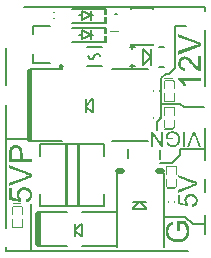
<source format=gto>
G04*
G04 #@! TF.GenerationSoftware,Altium Limited,Altium Designer,23.4.1 (23)*
G04*
G04 Layer_Color=65535*
%FSLAX25Y25*%
%MOIN*%
G70*
G04*
G04 #@! TF.SameCoordinates,34EAC48E-9BE4-4C3F-87F1-4BBE4831E638*
G04*
G04*
G04 #@! TF.FilePolarity,Positive*
G04*
G01*
G75*
%ADD10C,0.00984*%
%ADD11C,0.00591*%
%ADD12C,0.00787*%
%ADD13C,0.00394*%
%ADD14C,0.01968*%
%ADD15C,0.01575*%
%ADD16C,0.01000*%
%ADD17C,0.00394*%
%ADD18C,0.00669*%
G36*
X55902Y57666D02*
X53146D01*
Y58059D01*
X55902D01*
Y57666D01*
D02*
G37*
G36*
Y40551D02*
X53146D01*
Y40945D01*
X55902D01*
Y40551D01*
D02*
G37*
G36*
X56794Y20902D02*
X54039D01*
Y21296D01*
X56794D01*
Y20902D01*
D02*
G37*
G36*
X5347Y15792D02*
X2591D01*
Y16185D01*
X5347D01*
Y15792D01*
D02*
G37*
G36*
X65354Y69739D02*
Y68705D01*
X57786Y65770D01*
Y66861D01*
X63288Y68828D01*
X63296D01*
X63321Y68837D01*
X63354Y68853D01*
X63403Y68870D01*
X63460Y68886D01*
X63526Y68910D01*
X63599Y68935D01*
X63690Y68968D01*
X63878Y69025D01*
X64083Y69091D01*
X64305Y69156D01*
X64526Y69222D01*
X64518D01*
X64502Y69230D01*
X64460Y69239D01*
X64420Y69255D01*
X64362Y69271D01*
X64297Y69288D01*
X64223Y69312D01*
X64141Y69337D01*
X63952Y69394D01*
X63739Y69468D01*
X63517Y69550D01*
X63288Y69632D01*
X57786Y71674D01*
Y72691D01*
X65354Y69739D01*
D02*
G37*
G36*
Y60161D02*
X65338D01*
X65297D01*
X65231D01*
X65149Y60169D01*
X65051Y60177D01*
X64944Y60202D01*
X64829Y60227D01*
X64715Y60268D01*
X64706D01*
X64690Y60276D01*
X64666Y60284D01*
X64625Y60300D01*
X64583Y60325D01*
X64526Y60350D01*
X64395Y60415D01*
X64239Y60497D01*
X64067Y60604D01*
X63886Y60727D01*
X63706Y60874D01*
X63698Y60883D01*
X63682Y60891D01*
X63657Y60915D01*
X63616Y60957D01*
X63575Y60997D01*
X63517Y61055D01*
X63452Y61112D01*
X63378Y61186D01*
X63296Y61268D01*
X63214Y61358D01*
X63116Y61457D01*
X63017Y61572D01*
X62911Y61686D01*
X62804Y61818D01*
X62689Y61949D01*
X62566Y62096D01*
X62558Y62113D01*
X62517Y62154D01*
X62468Y62211D01*
X62394Y62293D01*
X62312Y62392D01*
X62214Y62506D01*
X62107Y62638D01*
X61984Y62769D01*
X61730Y63047D01*
X61459Y63318D01*
X61328Y63449D01*
X61197Y63572D01*
X61074Y63679D01*
X60959Y63769D01*
X60951Y63777D01*
X60935Y63785D01*
X60902Y63810D01*
X60861Y63835D01*
X60803Y63876D01*
X60746Y63908D01*
X60598Y63990D01*
X60426Y64073D01*
X60237Y64146D01*
X60041Y64196D01*
X59942Y64204D01*
X59844Y64212D01*
X59836D01*
X59819D01*
X59786D01*
X59754Y64204D01*
X59705D01*
X59647Y64187D01*
X59524Y64163D01*
X59377Y64113D01*
X59221Y64040D01*
X59139Y63999D01*
X59065Y63941D01*
X58991Y63884D01*
X58917Y63810D01*
X58909Y63802D01*
X58901Y63794D01*
X58885Y63769D01*
X58860Y63736D01*
X58827Y63695D01*
X58794Y63646D01*
X58720Y63531D01*
X58655Y63376D01*
X58589Y63203D01*
X58548Y62998D01*
X58532Y62884D01*
Y62703D01*
X58540Y62654D01*
Y62596D01*
X58556Y62531D01*
X58581Y62383D01*
X58630Y62211D01*
X58704Y62031D01*
X58753Y61940D01*
X58802Y61850D01*
X58868Y61768D01*
X58942Y61686D01*
X58950Y61678D01*
X58958Y61670D01*
X58983Y61654D01*
X59016Y61621D01*
X59057Y61596D01*
X59106Y61563D01*
X59163Y61522D01*
X59229Y61489D01*
X59303Y61449D01*
X59385Y61416D01*
X59582Y61350D01*
X59795Y61301D01*
X59918Y61293D01*
X60049Y61285D01*
X59951Y60333D01*
X59934D01*
X59901Y60342D01*
X59852Y60350D01*
X59778Y60358D01*
X59688Y60374D01*
X59582Y60399D01*
X59467Y60423D01*
X59344Y60465D01*
X59221Y60505D01*
X59081Y60555D01*
X58950Y60620D01*
X58819Y60686D01*
X58679Y60768D01*
X58556Y60858D01*
X58434Y60957D01*
X58327Y61071D01*
X58319Y61080D01*
X58302Y61104D01*
X58278Y61137D01*
X58237Y61186D01*
X58196Y61252D01*
X58147Y61334D01*
X58097Y61424D01*
X58040Y61531D01*
X57991Y61645D01*
X57942Y61777D01*
X57892Y61916D01*
X57851Y62072D01*
X57810Y62236D01*
X57786Y62408D01*
X57769Y62596D01*
X57761Y62793D01*
Y62900D01*
X57769Y62974D01*
X57778Y63064D01*
X57794Y63170D01*
X57810Y63293D01*
X57835Y63416D01*
X57868Y63556D01*
X57909Y63695D01*
X57958Y63843D01*
X58015Y63982D01*
X58089Y64130D01*
X58171Y64269D01*
X58261Y64401D01*
X58368Y64524D01*
X58376Y64532D01*
X58393Y64548D01*
X58434Y64581D01*
X58474Y64622D01*
X58532Y64671D01*
X58606Y64728D01*
X58688Y64786D01*
X58786Y64843D01*
X58885Y64901D01*
X58999Y64958D01*
X59122Y65016D01*
X59254Y65065D01*
X59401Y65106D01*
X59549Y65139D01*
X59705Y65155D01*
X59869Y65163D01*
X59877D01*
X59885D01*
X59909D01*
X59942D01*
X60032Y65155D01*
X60147Y65139D01*
X60287Y65114D01*
X60434Y65081D01*
X60598Y65040D01*
X60762Y64974D01*
X60770D01*
X60779Y64966D01*
X60803Y64958D01*
X60836Y64942D01*
X60926Y64893D01*
X61041Y64827D01*
X61181Y64737D01*
X61336Y64630D01*
X61500Y64507D01*
X61681Y64351D01*
X61689Y64343D01*
X61705Y64335D01*
X61730Y64302D01*
X61771Y64269D01*
X61820Y64220D01*
X61878Y64163D01*
X61951Y64097D01*
X62025Y64015D01*
X62115Y63917D01*
X62214Y63810D01*
X62328Y63695D01*
X62443Y63564D01*
X62574Y63425D01*
X62706Y63269D01*
X62853Y63097D01*
X63009Y62916D01*
X63017Y62908D01*
X63042Y62884D01*
X63075Y62834D01*
X63124Y62785D01*
X63181Y62711D01*
X63247Y62638D01*
X63394Y62465D01*
X63550Y62285D01*
X63714Y62113D01*
X63788Y62031D01*
X63854Y61957D01*
X63919Y61891D01*
X63968Y61842D01*
X63977Y61834D01*
X64009Y61801D01*
X64059Y61760D01*
X64124Y61703D01*
X64198Y61637D01*
X64280Y61572D01*
X64460Y61440D01*
Y65171D01*
X65354D01*
Y60161D01*
D02*
G37*
G36*
Y56980D02*
X59442D01*
X59459Y56963D01*
X59500Y56922D01*
X59557Y56848D01*
X59639Y56742D01*
X59737Y56619D01*
X59844Y56463D01*
X59959Y56291D01*
X60082Y56094D01*
Y56086D01*
X60098Y56069D01*
X60115Y56045D01*
X60131Y56004D01*
X60164Y55954D01*
X60188Y55897D01*
X60262Y55766D01*
X60336Y55618D01*
X60418Y55454D01*
X60492Y55282D01*
X60557Y55118D01*
X59663D01*
X59655Y55126D01*
X59647Y55151D01*
X59623Y55192D01*
X59598Y55249D01*
X59565Y55315D01*
X59516Y55397D01*
X59467Y55487D01*
X59417Y55577D01*
X59286Y55791D01*
X59131Y56020D01*
X58966Y56258D01*
X58778Y56479D01*
X58770Y56488D01*
X58753Y56504D01*
X58729Y56537D01*
X58688Y56578D01*
X58639Y56619D01*
X58589Y56676D01*
X58450Y56799D01*
X58302Y56938D01*
X58130Y57078D01*
X57950Y57201D01*
X57761Y57307D01*
Y57906D01*
X65354D01*
Y56980D01*
D02*
G37*
G36*
X60253Y10136D02*
X60269Y10111D01*
X60302Y10070D01*
X60343Y10013D01*
X60392Y9947D01*
X60441Y9865D01*
X60507Y9775D01*
X60573Y9677D01*
X60638Y9570D01*
X60712Y9447D01*
X60860Y9193D01*
X60999Y8914D01*
X61122Y8619D01*
Y8611D01*
X61138Y8586D01*
X61147Y8545D01*
X61171Y8480D01*
X61188Y8414D01*
X61212Y8324D01*
X61245Y8234D01*
X61270Y8127D01*
X61294Y8004D01*
X61327Y7881D01*
X61368Y7610D01*
X61401Y7315D01*
X61417Y7012D01*
Y6905D01*
X61409Y6823D01*
X61401Y6725D01*
X61393Y6610D01*
X61376Y6479D01*
X61360Y6339D01*
X61335Y6192D01*
X61303Y6028D01*
X61261Y5864D01*
X61212Y5683D01*
X61163Y5511D01*
X61098Y5339D01*
X61024Y5159D01*
X60942Y4986D01*
X60934Y4978D01*
X60917Y4945D01*
X60892Y4896D01*
X60852Y4839D01*
X60802Y4765D01*
X60745Y4675D01*
X60671Y4576D01*
X60589Y4470D01*
X60499Y4363D01*
X60392Y4248D01*
X60286Y4134D01*
X60163Y4019D01*
X60023Y3912D01*
X59884Y3806D01*
X59728Y3699D01*
X59564Y3609D01*
X59556Y3601D01*
X59523Y3592D01*
X59474Y3568D01*
X59408Y3535D01*
X59318Y3502D01*
X59220Y3461D01*
X59105Y3420D01*
X58974Y3379D01*
X58834Y3338D01*
X58679Y3297D01*
X58506Y3256D01*
X58334Y3223D01*
X58145Y3191D01*
X57957Y3166D01*
X57752Y3158D01*
X57547Y3150D01*
X57530D01*
X57498D01*
X57440D01*
X57358Y3158D01*
X57260Y3166D01*
X57145Y3174D01*
X57014Y3191D01*
X56875Y3207D01*
X56719Y3232D01*
X56555Y3264D01*
X56210Y3346D01*
X56030Y3396D01*
X55849Y3461D01*
X55669Y3527D01*
X55489Y3609D01*
X55480Y3617D01*
X55448Y3633D01*
X55398Y3658D01*
X55333Y3691D01*
X55251Y3740D01*
X55161Y3797D01*
X55062Y3871D01*
X54948Y3945D01*
X54833Y4035D01*
X54718Y4134D01*
X54603Y4240D01*
X54480Y4363D01*
X54365Y4486D01*
X54259Y4626D01*
X54152Y4773D01*
X54062Y4929D01*
X54054Y4937D01*
X54045Y4970D01*
X54021Y5019D01*
X53988Y5085D01*
X53955Y5167D01*
X53914Y5265D01*
X53873Y5380D01*
X53824Y5503D01*
X53783Y5642D01*
X53742Y5798D01*
X53701Y5962D01*
X53668Y6143D01*
X53636Y6323D01*
X53611Y6520D01*
X53603Y6725D01*
X53594Y6930D01*
Y7069D01*
X53603Y7143D01*
X53611Y7225D01*
X53619Y7315D01*
X53627Y7422D01*
X53660Y7651D01*
X53709Y7906D01*
X53775Y8160D01*
X53865Y8414D01*
Y8422D01*
X53873Y8447D01*
X53890Y8480D01*
X53914Y8521D01*
X53939Y8578D01*
X53972Y8644D01*
X54054Y8791D01*
X54160Y8963D01*
X54283Y9136D01*
X54431Y9300D01*
X54603Y9455D01*
X54611Y9464D01*
X54628Y9472D01*
X54652Y9488D01*
X54685Y9521D01*
X54734Y9546D01*
X54792Y9587D01*
X54857Y9628D01*
X54939Y9669D01*
X55021Y9718D01*
X55111Y9759D01*
X55218Y9808D01*
X55325Y9857D01*
X55571Y9947D01*
X55841Y10029D01*
X56087Y9119D01*
X56079D01*
X56063Y9111D01*
X56030Y9103D01*
X55989Y9086D01*
X55948Y9070D01*
X55891Y9054D01*
X55759Y9004D01*
X55612Y8939D01*
X55464Y8865D01*
X55317Y8783D01*
X55185Y8693D01*
X55169Y8685D01*
X55128Y8644D01*
X55071Y8586D01*
X54988Y8512D01*
X54906Y8406D01*
X54816Y8283D01*
X54734Y8135D01*
X54652Y7971D01*
Y7963D01*
X54644Y7947D01*
X54636Y7922D01*
X54619Y7889D01*
X54603Y7848D01*
X54587Y7791D01*
X54546Y7668D01*
X54513Y7512D01*
X54480Y7340D01*
X54456Y7143D01*
X54447Y6938D01*
Y6823D01*
X54456Y6766D01*
Y6692D01*
X54464Y6618D01*
X54472Y6528D01*
X54497Y6348D01*
X54537Y6143D01*
X54587Y5946D01*
X54660Y5749D01*
Y5741D01*
X54669Y5724D01*
X54685Y5700D01*
X54702Y5667D01*
X54742Y5577D01*
X54808Y5462D01*
X54890Y5331D01*
X54988Y5200D01*
X55095Y5060D01*
X55218Y4937D01*
X55234Y4921D01*
X55275Y4888D01*
X55349Y4831D01*
X55440Y4765D01*
X55546Y4691D01*
X55677Y4609D01*
X55817Y4535D01*
X55964Y4470D01*
X55972D01*
X55997Y4462D01*
X56030Y4445D01*
X56087Y4429D01*
X56153Y4404D01*
X56227Y4380D01*
X56317Y4355D01*
X56415Y4330D01*
X56522Y4298D01*
X56645Y4273D01*
X56899Y4232D01*
X57186Y4199D01*
X57490Y4183D01*
X57498D01*
X57530D01*
X57588D01*
X57653Y4191D01*
X57744D01*
X57842Y4199D01*
X57957Y4216D01*
X58080Y4224D01*
X58350Y4265D01*
X58629Y4330D01*
X58916Y4412D01*
X59187Y4527D01*
X59195Y4535D01*
X59220Y4544D01*
X59253Y4560D01*
X59302Y4593D01*
X59351Y4626D01*
X59417Y4675D01*
X59564Y4781D01*
X59728Y4929D01*
X59900Y5101D01*
X60056Y5298D01*
X60130Y5413D01*
X60195Y5536D01*
Y5544D01*
X60212Y5569D01*
X60228Y5601D01*
X60245Y5651D01*
X60269Y5716D01*
X60302Y5790D01*
X60327Y5872D01*
X60360Y5962D01*
X60392Y6061D01*
X60417Y6175D01*
X60474Y6413D01*
X60507Y6676D01*
X60523Y6954D01*
Y7020D01*
X60515Y7069D01*
Y7127D01*
X60507Y7192D01*
X60499Y7266D01*
X60491Y7356D01*
X60466Y7545D01*
X60417Y7758D01*
X60360Y7988D01*
X60277Y8217D01*
Y8225D01*
X60269Y8242D01*
X60253Y8275D01*
X60237Y8324D01*
X60212Y8373D01*
X60179Y8430D01*
X60114Y8570D01*
X60031Y8726D01*
X59941Y8881D01*
X59851Y9029D01*
X59745Y9160D01*
X58326D01*
Y6938D01*
X57432D01*
Y10144D01*
X60245D01*
X60253Y10136D01*
D02*
G37*
G36*
X3725Y35609D02*
X3807Y35600D01*
X3897Y35584D01*
X4004Y35568D01*
X4127Y35543D01*
X4250Y35510D01*
X4381Y35469D01*
X4512Y35420D01*
X4652Y35354D01*
X4791Y35289D01*
X4930Y35207D01*
X5062Y35108D01*
X5193Y35002D01*
X5201Y34994D01*
X5218Y34969D01*
X5250Y34936D01*
X5300Y34879D01*
X5349Y34813D01*
X5406Y34723D01*
X5463Y34616D01*
X5521Y34493D01*
X5587Y34346D01*
X5644Y34190D01*
X5701Y34001D01*
X5751Y33805D01*
X5791Y33575D01*
X5824Y33329D01*
X5849Y33067D01*
X5857Y32771D01*
Y30836D01*
X8932D01*
Y29836D01*
X1364D01*
Y32952D01*
X1372Y33116D01*
X1380Y33304D01*
X1396Y33493D01*
X1413Y33673D01*
X1421Y33764D01*
X1437Y33837D01*
Y33846D01*
X1445Y33862D01*
Y33895D01*
X1454Y33928D01*
X1470Y33977D01*
X1478Y34034D01*
X1519Y34165D01*
X1568Y34313D01*
X1634Y34469D01*
X1708Y34625D01*
X1798Y34772D01*
Y34780D01*
X1806Y34789D01*
X1847Y34838D01*
X1905Y34903D01*
X1987Y34994D01*
X2085Y35084D01*
X2216Y35190D01*
X2356Y35289D01*
X2528Y35379D01*
X2536D01*
X2552Y35387D01*
X2577Y35404D01*
X2610Y35420D01*
X2651Y35436D01*
X2708Y35453D01*
X2831Y35502D01*
X2987Y35543D01*
X3159Y35584D01*
X3356Y35609D01*
X3561Y35617D01*
X3569D01*
X3602D01*
X3651D01*
X3725Y35609D01*
D02*
G37*
G36*
X8932Y25982D02*
Y24949D01*
X1364Y22013D01*
Y23104D01*
X6866Y25072D01*
X6874D01*
X6899Y25080D01*
X6931Y25096D01*
X6981Y25113D01*
X7038Y25129D01*
X7103Y25154D01*
X7177Y25178D01*
X7267Y25211D01*
X7456Y25268D01*
X7661Y25334D01*
X7882Y25400D01*
X8104Y25465D01*
X8096D01*
X8079Y25473D01*
X8038Y25482D01*
X7997Y25498D01*
X7940Y25514D01*
X7874Y25531D01*
X7801Y25555D01*
X7718Y25580D01*
X7530Y25637D01*
X7317Y25711D01*
X7095Y25793D01*
X6866Y25875D01*
X1364Y27917D01*
Y28934D01*
X8932Y25982D01*
D02*
G37*
G36*
X6538Y21537D02*
X6628Y21529D01*
X6726Y21513D01*
X6841Y21496D01*
X6972Y21472D01*
X7103Y21439D01*
X7251Y21398D01*
X7399Y21349D01*
X7546Y21291D01*
X7694Y21226D01*
X7850Y21144D01*
X7997Y21054D01*
X8137Y20947D01*
X8145Y20939D01*
X8178Y20914D01*
X8219Y20873D01*
X8276Y20816D01*
X8350Y20742D01*
X8424Y20652D01*
X8514Y20545D01*
X8596Y20422D01*
X8678Y20291D01*
X8768Y20143D01*
X8842Y19979D01*
X8907Y19799D01*
X8973Y19610D01*
X9014Y19405D01*
X9047Y19192D01*
X9055Y18963D01*
Y18864D01*
X9047Y18790D01*
X9039Y18700D01*
X9022Y18602D01*
X9006Y18487D01*
X8981Y18364D01*
X8957Y18233D01*
X8916Y18093D01*
X8867Y17954D01*
X8809Y17815D01*
X8743Y17675D01*
X8670Y17536D01*
X8580Y17405D01*
X8481Y17273D01*
X8473Y17265D01*
X8456Y17249D01*
X8424Y17216D01*
X8375Y17175D01*
X8317Y17118D01*
X8252Y17060D01*
X8169Y17003D01*
X8071Y16937D01*
X7973Y16872D01*
X7858Y16806D01*
X7727Y16749D01*
X7596Y16691D01*
X7448Y16634D01*
X7292Y16593D01*
X7120Y16560D01*
X6948Y16535D01*
X6874Y17511D01*
X6882D01*
X6907Y17519D01*
X6939Y17528D01*
X6989Y17536D01*
X7046Y17544D01*
X7120Y17569D01*
X7276Y17610D01*
X7448Y17675D01*
X7628Y17765D01*
X7792Y17872D01*
X7866Y17938D01*
X7940Y18003D01*
Y18011D01*
X7956Y18020D01*
X7973Y18044D01*
X7997Y18077D01*
X8055Y18159D01*
X8112Y18274D01*
X8178Y18413D01*
X8235Y18577D01*
X8276Y18758D01*
X8284Y18856D01*
X8292Y18963D01*
Y19028D01*
X8284Y19077D01*
X8276Y19135D01*
X8268Y19200D01*
X8227Y19356D01*
X8169Y19537D01*
X8128Y19627D01*
X8079Y19725D01*
X8022Y19824D01*
X7956Y19914D01*
X7882Y20004D01*
X7792Y20094D01*
X7784Y20102D01*
X7768Y20111D01*
X7743Y20135D01*
X7702Y20168D01*
X7645Y20201D01*
X7587Y20242D01*
X7514Y20283D01*
X7431Y20332D01*
X7341Y20373D01*
X7243Y20414D01*
X7128Y20455D01*
X7013Y20488D01*
X6882Y20521D01*
X6743Y20545D01*
X6603Y20553D01*
X6447Y20562D01*
X6439D01*
X6415D01*
X6374D01*
X6316Y20553D01*
X6251Y20545D01*
X6169Y20537D01*
X6087Y20521D01*
X5988Y20504D01*
X5791Y20455D01*
X5578Y20373D01*
X5480Y20324D01*
X5381Y20258D01*
X5283Y20193D01*
X5193Y20111D01*
X5185Y20102D01*
X5176Y20094D01*
X5152Y20061D01*
X5119Y20029D01*
X5086Y19988D01*
X5045Y19930D01*
X5004Y19873D01*
X4955Y19799D01*
X4914Y19717D01*
X4873Y19635D01*
X4799Y19430D01*
X4766Y19323D01*
X4742Y19200D01*
X4734Y19077D01*
X4725Y18946D01*
Y18872D01*
X4734Y18782D01*
X4750Y18676D01*
X4775Y18544D01*
X4816Y18405D01*
X4865Y18266D01*
X4939Y18126D01*
X4947Y18110D01*
X4972Y18069D01*
X5021Y18003D01*
X5078Y17921D01*
X5160Y17839D01*
X5250Y17741D01*
X5357Y17651D01*
X5472Y17569D01*
X5349Y16699D01*
X1462Y17429D01*
Y21193D01*
X2348D01*
Y18167D01*
X4381Y17765D01*
X4373Y17774D01*
X4357Y17798D01*
X4340Y17831D01*
X4307Y17880D01*
X4275Y17946D01*
X4233Y18020D01*
X4184Y18102D01*
X4143Y18200D01*
X4102Y18298D01*
X4053Y18413D01*
X3979Y18651D01*
X3946Y18782D01*
X3922Y18913D01*
X3914Y19053D01*
X3906Y19192D01*
Y19233D01*
X3914Y19291D01*
Y19356D01*
X3930Y19438D01*
X3938Y19537D01*
X3963Y19651D01*
X3988Y19766D01*
X4028Y19897D01*
X4070Y20029D01*
X4127Y20168D01*
X4192Y20307D01*
X4275Y20447D01*
X4365Y20586D01*
X4471Y20726D01*
X4594Y20857D01*
X4603Y20865D01*
X4627Y20890D01*
X4668Y20922D01*
X4717Y20963D01*
X4783Y21021D01*
X4873Y21078D01*
X4963Y21136D01*
X5070Y21201D01*
X5193Y21267D01*
X5332Y21324D01*
X5472Y21390D01*
X5636Y21439D01*
X5800Y21480D01*
X5980Y21513D01*
X6169Y21537D01*
X6365Y21546D01*
X6374D01*
X6415D01*
X6464D01*
X6538Y21537D01*
D02*
G37*
G36*
X52720Y35036D02*
X52037D01*
X49389Y38995D01*
Y35036D01*
X48750D01*
Y40076D01*
X49438D01*
X52081Y36123D01*
Y40076D01*
X52720D01*
Y35036D01*
D02*
G37*
G36*
X55909Y40152D02*
X55974Y40147D01*
X56050Y40141D01*
X56138Y40130D01*
X56231Y40119D01*
X56329Y40103D01*
X56438Y40081D01*
X56547Y40054D01*
X56668Y40021D01*
X56782Y39988D01*
X56897Y39944D01*
X57017Y39895D01*
X57132Y39841D01*
X57137Y39835D01*
X57159Y39824D01*
X57192Y39808D01*
X57230Y39781D01*
X57279Y39748D01*
X57339Y39710D01*
X57405Y39661D01*
X57476Y39606D01*
X57547Y39546D01*
X57623Y39475D01*
X57699Y39404D01*
X57776Y39322D01*
X57847Y39229D01*
X57918Y39136D01*
X57989Y39033D01*
X58049Y38923D01*
X58054Y38918D01*
X58060Y38896D01*
X58076Y38864D01*
X58098Y38820D01*
X58120Y38760D01*
X58147Y38694D01*
X58174Y38618D01*
X58202Y38530D01*
X58229Y38438D01*
X58256Y38334D01*
X58284Y38219D01*
X58306Y38105D01*
X58327Y37979D01*
X58344Y37853D01*
X58349Y37717D01*
X58355Y37580D01*
Y37569D01*
Y37548D01*
Y37509D01*
X58349Y37455D01*
X58344Y37389D01*
X58338Y37313D01*
X58327Y37225D01*
X58316Y37133D01*
X58300Y37029D01*
X58278Y36920D01*
X58224Y36690D01*
X58191Y36570D01*
X58147Y36450D01*
X58103Y36330D01*
X58049Y36210D01*
X58043Y36204D01*
X58033Y36183D01*
X58016Y36150D01*
X57994Y36106D01*
X57961Y36052D01*
X57923Y35991D01*
X57874Y35926D01*
X57825Y35849D01*
X57765Y35773D01*
X57699Y35697D01*
X57628Y35620D01*
X57547Y35538D01*
X57465Y35462D01*
X57372Y35391D01*
X57274Y35320D01*
X57170Y35260D01*
X57164Y35254D01*
X57143Y35249D01*
X57110Y35233D01*
X57066Y35211D01*
X57011Y35189D01*
X56946Y35162D01*
X56870Y35134D01*
X56788Y35102D01*
X56695Y35074D01*
X56591Y35047D01*
X56482Y35020D01*
X56362Y34998D01*
X56242Y34976D01*
X56111Y34960D01*
X55974Y34954D01*
X55838Y34949D01*
X55745D01*
X55696Y34954D01*
X55641Y34960D01*
X55581Y34965D01*
X55510Y34971D01*
X55357Y34992D01*
X55188Y35025D01*
X55019Y35069D01*
X54849Y35129D01*
X54844D01*
X54827Y35134D01*
X54806Y35145D01*
X54778Y35162D01*
X54740Y35178D01*
X54696Y35200D01*
X54598Y35254D01*
X54483Y35325D01*
X54369Y35407D01*
X54260Y35506D01*
X54156Y35620D01*
X54150Y35626D01*
X54145Y35637D01*
X54134Y35653D01*
X54112Y35675D01*
X54096Y35708D01*
X54068Y35746D01*
X54041Y35789D01*
X54014Y35844D01*
X53981Y35899D01*
X53954Y35959D01*
X53921Y36030D01*
X53888Y36101D01*
X53828Y36265D01*
X53774Y36445D01*
X54380Y36608D01*
Y36603D01*
X54385Y36592D01*
X54391Y36570D01*
X54402Y36543D01*
X54413Y36516D01*
X54423Y36477D01*
X54456Y36390D01*
X54500Y36292D01*
X54549Y36193D01*
X54604Y36095D01*
X54664Y36008D01*
X54669Y35997D01*
X54696Y35970D01*
X54735Y35931D01*
X54784Y35877D01*
X54855Y35822D01*
X54937Y35762D01*
X55035Y35708D01*
X55144Y35653D01*
X55150D01*
X55160Y35647D01*
X55177Y35642D01*
X55199Y35631D01*
X55226Y35620D01*
X55264Y35609D01*
X55346Y35582D01*
X55450Y35560D01*
X55564Y35538D01*
X55696Y35522D01*
X55832Y35517D01*
X55909D01*
X55947Y35522D01*
X55996D01*
X56045Y35527D01*
X56105Y35533D01*
X56225Y35549D01*
X56362Y35577D01*
X56493Y35609D01*
X56624Y35658D01*
X56629D01*
X56640Y35664D01*
X56657Y35675D01*
X56678Y35686D01*
X56739Y35713D01*
X56815Y35757D01*
X56902Y35811D01*
X56990Y35877D01*
X57082Y35948D01*
X57164Y36030D01*
X57175Y36041D01*
X57197Y36068D01*
X57235Y36117D01*
X57279Y36177D01*
X57328Y36248D01*
X57383Y36336D01*
X57432Y36428D01*
X57476Y36527D01*
Y36532D01*
X57481Y36548D01*
X57492Y36570D01*
X57503Y36608D01*
X57519Y36652D01*
X57536Y36701D01*
X57552Y36761D01*
X57568Y36827D01*
X57590Y36898D01*
X57607Y36980D01*
X57634Y37149D01*
X57656Y37340D01*
X57667Y37542D01*
Y37548D01*
Y37569D01*
Y37608D01*
X57661Y37651D01*
Y37711D01*
X57656Y37777D01*
X57645Y37853D01*
X57639Y37935D01*
X57612Y38115D01*
X57568Y38301D01*
X57514Y38492D01*
X57437Y38672D01*
X57432Y38678D01*
X57426Y38694D01*
X57415Y38716D01*
X57394Y38749D01*
X57372Y38782D01*
X57339Y38825D01*
X57268Y38923D01*
X57170Y39033D01*
X57055Y39147D01*
X56924Y39251D01*
X56848Y39300D01*
X56766Y39344D01*
X56760D01*
X56744Y39355D01*
X56722Y39366D01*
X56689Y39377D01*
X56646Y39393D01*
X56596Y39415D01*
X56542Y39431D01*
X56482Y39453D01*
X56416Y39475D01*
X56340Y39491D01*
X56182Y39530D01*
X56007Y39551D01*
X55821Y39562D01*
X55778D01*
X55745Y39557D01*
X55707D01*
X55663Y39551D01*
X55614Y39546D01*
X55554Y39540D01*
X55428Y39524D01*
X55286Y39491D01*
X55133Y39453D01*
X54980Y39399D01*
X54975D01*
X54964Y39393D01*
X54942Y39382D01*
X54909Y39371D01*
X54877Y39355D01*
X54838Y39333D01*
X54746Y39289D01*
X54642Y39235D01*
X54538Y39175D01*
X54440Y39115D01*
X54352Y39044D01*
Y38099D01*
X55832D01*
Y37504D01*
X53697D01*
Y39377D01*
X53703Y39382D01*
X53719Y39393D01*
X53746Y39415D01*
X53785Y39442D01*
X53828Y39475D01*
X53883Y39508D01*
X53943Y39551D01*
X54009Y39595D01*
X54079Y39639D01*
X54161Y39688D01*
X54331Y39786D01*
X54516Y39879D01*
X54713Y39961D01*
X54718D01*
X54735Y39972D01*
X54762Y39977D01*
X54806Y39994D01*
X54849Y40005D01*
X54909Y40021D01*
X54969Y40043D01*
X55040Y40059D01*
X55122Y40076D01*
X55204Y40097D01*
X55384Y40125D01*
X55581Y40147D01*
X55783Y40157D01*
X55854D01*
X55909Y40152D01*
D02*
G37*
G36*
X65354Y35036D02*
X64628D01*
X63318Y38700D01*
Y38705D01*
X63312Y38721D01*
X63301Y38743D01*
X63290Y38776D01*
X63279Y38814D01*
X63263Y38858D01*
X63247Y38907D01*
X63225Y38967D01*
X63187Y39093D01*
X63143Y39229D01*
X63099Y39377D01*
X63056Y39524D01*
Y39519D01*
X63050Y39508D01*
X63045Y39480D01*
X63034Y39453D01*
X63023Y39415D01*
X63012Y39371D01*
X62996Y39322D01*
X62979Y39268D01*
X62941Y39142D01*
X62892Y39000D01*
X62837Y38853D01*
X62783Y38700D01*
X61423Y35036D01*
X60746D01*
X62712Y40076D01*
X63400D01*
X65354Y35036D01*
D02*
G37*
G36*
X60031D02*
X59365D01*
Y40076D01*
X60031D01*
Y35036D01*
D02*
G37*
G36*
X64122Y23193D02*
Y22299D01*
X57569Y19757D01*
Y20701D01*
X62333Y22405D01*
X62340D01*
X62362Y22412D01*
X62390Y22427D01*
X62433Y22441D01*
X62482Y22455D01*
X62539Y22476D01*
X62603Y22498D01*
X62681Y22526D01*
X62844Y22576D01*
X63022Y22633D01*
X63214Y22689D01*
X63405Y22746D01*
X63398D01*
X63384Y22753D01*
X63349Y22760D01*
X63313Y22775D01*
X63263Y22789D01*
X63206Y22803D01*
X63143Y22824D01*
X63072Y22846D01*
X62908Y22895D01*
X62724Y22959D01*
X62532Y23030D01*
X62333Y23101D01*
X57569Y24869D01*
Y25749D01*
X64122Y23193D01*
D02*
G37*
G36*
X62049Y19345D02*
X62127Y19338D01*
X62213Y19324D01*
X62312Y19310D01*
X62426Y19288D01*
X62539Y19260D01*
X62667Y19225D01*
X62795Y19182D01*
X62923Y19132D01*
X63050Y19075D01*
X63185Y19004D01*
X63313Y18926D01*
X63434Y18834D01*
X63441Y18827D01*
X63469Y18806D01*
X63505Y18770D01*
X63554Y18721D01*
X63618Y18657D01*
X63682Y18578D01*
X63760Y18486D01*
X63831Y18380D01*
X63902Y18266D01*
X63980Y18138D01*
X64044Y17996D01*
X64101Y17840D01*
X64158Y17677D01*
X64193Y17499D01*
X64222Y17315D01*
X64229Y17116D01*
Y17031D01*
X64222Y16967D01*
X64215Y16889D01*
X64201Y16804D01*
X64186Y16704D01*
X64165Y16598D01*
X64144Y16484D01*
X64108Y16363D01*
X64066Y16243D01*
X64016Y16122D01*
X63959Y16001D01*
X63895Y15880D01*
X63817Y15767D01*
X63732Y15653D01*
X63725Y15646D01*
X63711Y15632D01*
X63682Y15604D01*
X63640Y15568D01*
X63590Y15518D01*
X63533Y15469D01*
X63462Y15419D01*
X63377Y15362D01*
X63292Y15305D01*
X63192Y15249D01*
X63079Y15199D01*
X62965Y15149D01*
X62837Y15100D01*
X62702Y15064D01*
X62553Y15036D01*
X62404Y15014D01*
X62340Y15859D01*
X62347D01*
X62369Y15866D01*
X62397Y15873D01*
X62440Y15880D01*
X62489Y15888D01*
X62553Y15909D01*
X62688Y15944D01*
X62837Y16001D01*
X62994Y16079D01*
X63135Y16172D01*
X63199Y16228D01*
X63263Y16285D01*
Y16292D01*
X63278Y16299D01*
X63292Y16321D01*
X63313Y16349D01*
X63363Y16420D01*
X63412Y16520D01*
X63469Y16640D01*
X63519Y16782D01*
X63554Y16938D01*
X63561Y17024D01*
X63569Y17116D01*
Y17173D01*
X63561Y17215D01*
X63554Y17265D01*
X63547Y17322D01*
X63512Y17457D01*
X63462Y17613D01*
X63427Y17691D01*
X63384Y17776D01*
X63334Y17861D01*
X63278Y17940D01*
X63214Y18018D01*
X63135Y18096D01*
X63128Y18103D01*
X63114Y18110D01*
X63093Y18131D01*
X63057Y18160D01*
X63008Y18188D01*
X62958Y18224D01*
X62894Y18259D01*
X62823Y18302D01*
X62745Y18337D01*
X62660Y18373D01*
X62560Y18408D01*
X62461Y18437D01*
X62347Y18465D01*
X62227Y18486D01*
X62106Y18493D01*
X61971Y18500D01*
X61964D01*
X61943D01*
X61907D01*
X61857Y18493D01*
X61801Y18486D01*
X61730Y18479D01*
X61659Y18465D01*
X61573Y18451D01*
X61403Y18408D01*
X61219Y18337D01*
X61133Y18294D01*
X61048Y18238D01*
X60963Y18181D01*
X60885Y18110D01*
X60878Y18103D01*
X60871Y18096D01*
X60849Y18067D01*
X60821Y18039D01*
X60792Y18003D01*
X60757Y17954D01*
X60721Y17904D01*
X60679Y17840D01*
X60643Y17769D01*
X60608Y17698D01*
X60544Y17521D01*
X60516Y17428D01*
X60494Y17322D01*
X60487Y17215D01*
X60480Y17102D01*
Y17038D01*
X60487Y16960D01*
X60501Y16867D01*
X60523Y16754D01*
X60558Y16633D01*
X60601Y16512D01*
X60665Y16392D01*
X60672Y16377D01*
X60693Y16342D01*
X60736Y16285D01*
X60785Y16214D01*
X60856Y16143D01*
X60935Y16058D01*
X61027Y15980D01*
X61126Y15909D01*
X61020Y15156D01*
X57654Y15788D01*
Y19047D01*
X58421D01*
Y16427D01*
X60182Y16079D01*
X60175Y16086D01*
X60161Y16108D01*
X60146Y16136D01*
X60118Y16179D01*
X60090Y16236D01*
X60054Y16299D01*
X60012Y16370D01*
X59976Y16456D01*
X59940Y16541D01*
X59898Y16640D01*
X59834Y16846D01*
X59806Y16960D01*
X59784Y17073D01*
X59777Y17194D01*
X59770Y17315D01*
Y17350D01*
X59777Y17400D01*
Y17457D01*
X59791Y17528D01*
X59799Y17613D01*
X59820Y17712D01*
X59841Y17812D01*
X59877Y17925D01*
X59912Y18039D01*
X59962Y18160D01*
X60019Y18280D01*
X60090Y18401D01*
X60168Y18522D01*
X60260Y18642D01*
X60366Y18756D01*
X60374Y18763D01*
X60395Y18784D01*
X60430Y18813D01*
X60473Y18848D01*
X60530Y18898D01*
X60608Y18948D01*
X60686Y18997D01*
X60778Y19054D01*
X60885Y19111D01*
X61006Y19161D01*
X61126Y19218D01*
X61268Y19260D01*
X61410Y19296D01*
X61566Y19324D01*
X61730Y19345D01*
X61900Y19352D01*
X61907D01*
X61943D01*
X61985D01*
X62049Y19345D01*
D02*
G37*
%LPC*%
G36*
X3586Y34584D02*
X3577D01*
X3561D01*
X3537D01*
X3504D01*
X3413Y34567D01*
X3307Y34551D01*
X3176Y34526D01*
X3045Y34477D01*
X2905Y34420D01*
X2774Y34338D01*
X2757Y34329D01*
X2716Y34297D01*
X2659Y34239D01*
X2593Y34174D01*
X2520Y34075D01*
X2446Y33969D01*
X2380Y33846D01*
X2331Y33706D01*
Y33698D01*
X2323Y33657D01*
X2307Y33591D01*
X2290Y33493D01*
Y33436D01*
X2282Y33370D01*
X2274Y33288D01*
X2266Y33206D01*
Y33108D01*
X2257Y33009D01*
Y30836D01*
X4963D01*
Y32878D01*
X4955Y32944D01*
Y33026D01*
X4947Y33116D01*
X4930Y33222D01*
X4914Y33329D01*
X4873Y33559D01*
X4808Y33788D01*
X4766Y33895D01*
X4717Y33993D01*
X4668Y34092D01*
X4603Y34174D01*
X4594Y34182D01*
X4586Y34190D01*
X4561Y34215D01*
X4537Y34239D01*
X4455Y34305D01*
X4340Y34379D01*
X4192Y34452D01*
X4020Y34518D01*
X3815Y34567D01*
X3709Y34575D01*
X3586Y34584D01*
D02*
G37*
%LPD*%
D10*
X18979Y61876D02*
X18241Y62302D01*
Y61450D01*
X18979Y61876D01*
D11*
X37304Y79210D02*
X36517D01*
X37304D01*
X22244Y74673D02*
X33772D01*
X22244Y70047D02*
X33772D01*
Y71803D01*
X33272Y71409D02*
X33772D01*
X33272Y73015D02*
Y74574D01*
Y73409D02*
X33772D01*
Y73015D02*
Y74673D01*
X33272Y70047D02*
Y71803D01*
X22244Y81070D02*
X33772D01*
X22244Y76444D02*
X33772D01*
Y78200D01*
X33272Y77806D02*
X33772D01*
X33272Y79413D02*
Y80972D01*
Y79806D02*
X33772D01*
Y79413D02*
Y81070D01*
X33272Y76444D02*
Y78200D01*
D12*
X27796Y65224D02*
X28288Y64371D01*
X29272D01*
X29764Y65224D01*
X31742D02*
X31249Y66076D01*
X30265D01*
X29773Y65224D01*
X50787Y40551D02*
Y43386D01*
X37290Y1631D02*
X37402Y26237D01*
X42717Y14327D02*
X47047D01*
X44882Y16690D02*
X47047Y14524D01*
Y14327D02*
Y14524D01*
X42717Y14721D02*
X44685Y16690D01*
X42717Y14327D02*
Y14721D01*
X45472Y16690D02*
X47047D01*
X42717D02*
X47047D01*
X52854Y4682D02*
X52854Y4682D01*
Y26434D01*
X52854Y1631D02*
Y4682D01*
X26890Y46457D02*
Y50787D01*
Y49213D02*
Y50787D01*
X28858Y46457D02*
X29252D01*
X26890Y48425D02*
X28858Y46457D01*
X29055Y50787D02*
X29252D01*
X26890Y48622D02*
X29055Y50787D01*
X29252Y46457D02*
Y50787D01*
X35551Y36811D02*
X47559D01*
X8484Y60827D02*
X19114D01*
X8484Y36811D02*
X19114D01*
X8484D02*
Y60827D01*
X35551D02*
X47559D01*
X51575Y29528D02*
X55512D01*
X58268Y32283D01*
Y34252D01*
X52854Y11676D02*
X59978D01*
X62500Y9154D01*
X66535D01*
X59694Y48180D02*
X66387D01*
X58491Y49383D02*
X59694Y48180D01*
X51968Y49383D02*
X58491D01*
X50787Y43386D02*
X51968Y44567D01*
Y57874D01*
X53543Y59449D01*
X54724D01*
X56497Y61221D01*
X394Y7874D02*
Y48819D01*
X66535Y6102D02*
X66535Y12205D01*
X66535Y20079D02*
Y24409D01*
X66535Y80315D02*
Y81496D01*
X6299Y81496D02*
X66535Y81496D01*
X66535Y30709D02*
Y41339D01*
Y55118D02*
Y74016D01*
X394Y55512D02*
Y68110D01*
Y394D02*
X61024D01*
X394D02*
Y1575D01*
X11811Y35827D02*
X33071D01*
X11811Y31988D02*
Y35728D01*
X33071Y31988D02*
Y35728D01*
X11811Y15354D02*
X33071D01*
Y15453D02*
Y19193D01*
X11811Y15453D02*
Y19193D01*
X25591Y5118D02*
Y9449D01*
X23228Y7283D02*
X25394Y9449D01*
X25591D01*
X23228Y7087D02*
X25197Y5118D01*
X25591D01*
X23228Y7874D02*
Y9449D01*
Y5118D02*
Y9449D01*
X25492Y13133D02*
X37303D01*
X10925Y1828D02*
Y12598D01*
Y1828D02*
X20669D01*
X10925Y13133D02*
X20669D01*
X25492Y1828D02*
X37303D01*
Y13133D01*
X9344Y75262D02*
X15151D01*
X9344Y63057D02*
X15151D01*
X9344D02*
Y65911D01*
Y72604D02*
Y75262D01*
X42120Y69095D02*
Y69291D01*
X49206Y69095D02*
Y69291D01*
X42120Y81102D02*
Y81299D01*
X49206Y81102D02*
Y81299D01*
X42120D02*
X49206D01*
X42120Y69095D02*
X49206D01*
X41542Y61826D02*
X43353D01*
X42428Y67495D02*
Y68971D01*
X48550Y64896D02*
Y65093D01*
X45873Y62219D02*
Y67652D01*
Y62219D02*
X48550Y64896D01*
X51188Y61550D02*
X52959D01*
X51188Y68282D02*
X52959D01*
X45873Y67770D02*
X48550Y65093D01*
X48589Y62219D02*
Y67652D01*
X41542Y68282D02*
X43353D01*
X42428Y60952D02*
Y62625D01*
X27291Y68373D02*
X32213D01*
X27291Y62074D02*
X32213D01*
X51535Y31102D02*
Y34055D01*
X40945Y31299D02*
Y34252D01*
X56497Y75197D02*
X60454D01*
X394Y37472D02*
X8091D01*
X8494Y394D02*
X8565D01*
X8494D02*
Y15821D01*
X56497Y61221D02*
Y75197D01*
X58268Y34252D02*
X66535D01*
D13*
X5662Y11855D02*
D03*
X2512D02*
D03*
X56217Y53729D02*
D03*
X53067D02*
D03*
Y44882D02*
D03*
X56217D02*
D03*
X53960Y25233D02*
D03*
X57109D02*
D03*
D14*
X51083Y26926D02*
X52240D01*
X37697D02*
X38976D01*
X10864Y2524D02*
X10925Y12500D01*
D15*
X8091Y37598D02*
Y60138D01*
D16*
X20472Y15551D02*
Y35630D01*
X24409Y15551D02*
Y35630D01*
D17*
X5642Y8311D02*
Y11094D01*
X2296Y8311D02*
X5642D01*
X2296D02*
Y11094D01*
Y12639D02*
Y14995D01*
X2699Y15398D01*
X5642Y12639D02*
Y14995D01*
X5239Y15398D02*
X5642Y14995D01*
X2699Y15398D02*
X5239D01*
X35131Y73476D02*
X37494D01*
X15840Y77953D02*
X16234Y77953D01*
X15844Y79921D02*
X16238Y79921D01*
X56197Y50185D02*
Y52968D01*
X52851Y50185D02*
X56197D01*
X52851D02*
Y52968D01*
Y54513D02*
Y56869D01*
X53254Y57272D01*
X56197Y54513D02*
Y56869D01*
X55794Y57272D02*
X56197Y56869D01*
X53254Y57272D02*
X55794D01*
X52851Y45643D02*
Y48425D01*
X56197D01*
Y45643D02*
Y48425D01*
Y41742D02*
Y44098D01*
X55794Y41339D02*
X56197Y41742D01*
X52851D02*
Y44098D01*
Y41742D02*
X53254Y41339D01*
X55794D01*
X53743Y25994D02*
Y28776D01*
X57090D01*
Y25994D02*
Y28776D01*
Y22093D02*
Y24449D01*
X56687Y21690D02*
X57090Y22093D01*
X53743D02*
Y24449D01*
Y22093D02*
X54146Y21690D01*
X56687D01*
X49282Y53630D02*
X49282Y54024D01*
X51251Y53626D02*
X51251Y54020D01*
X49282Y44591D02*
X49282Y44984D01*
X51251Y44587D02*
X51251Y44980D01*
X56401Y16570D02*
X56401Y16964D01*
X54432Y16574D02*
X54432Y16968D01*
D18*
X28543Y71031D02*
Y73787D01*
X25787D02*
X28543Y72409D01*
X29331D01*
X24606D02*
X25787D01*
Y71031D02*
Y73787D01*
Y71031D02*
X28543Y72409D01*
Y77429D02*
Y80184D01*
X25787D02*
X28543Y78806D01*
X29331D01*
X24606D02*
X25787D01*
Y77429D02*
Y80184D01*
Y77429D02*
X28543Y78806D01*
M02*

</source>
